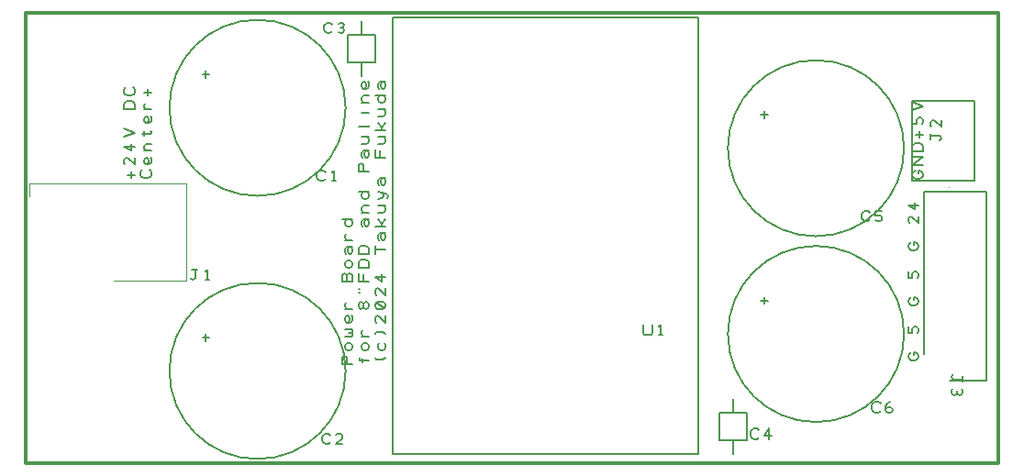
<source format=gbr>
G04 DesignSpark PCB Gerber Version 11.0 Build 5877*
%FSLAX35Y35*%
%MOIN*%
%ADD123C,0.00394*%
%ADD82C,0.00500*%
%ADD93C,0.00787*%
%ADD10C,0.01200*%
X0Y0D02*
D02*
D10*
X600Y600D02*
X353836D01*
Y164243D01*
X600D01*
Y600D01*
D02*
D82*
X38738Y104070D02*
Y106570D01*
X39988Y105320D02*
X37488D01*
X39988Y111570D02*
Y109070D01*
X37800Y111257D01*
X37175Y111570D01*
X36550Y111257D01*
X36238Y110633D01*
Y109695D01*
X36550Y109070D01*
X39988Y115633D02*
X36238D01*
X38738Y114070D01*
Y116570D01*
X36238Y119070D02*
X39988Y120633D01*
X36238Y122195D01*
X39988Y129070D02*
X36238D01*
Y130945D01*
X36550Y131570D01*
X36863Y131883D01*
X37488Y132195D01*
X38738D01*
X39363Y131883D01*
X39675Y131570D01*
X39988Y130945D01*
Y129070D01*
X39363Y137195D02*
X39675Y136883D01*
X39988Y136257D01*
Y135320D01*
X39675Y134695D01*
X39363Y134383D01*
X38738Y134070D01*
X37488D01*
X36863Y134383D01*
X36550Y134695D01*
X36238Y135320D01*
Y136257D01*
X36550Y136883D01*
X36863Y137195D01*
X45363Y107195D02*
X45675Y106883D01*
X45988Y106257D01*
Y105320D01*
X45675Y104695D01*
X45363Y104383D01*
X44738Y104070D01*
X43488D01*
X42863Y104383D01*
X42550Y104695D01*
X42238Y105320D01*
Y106257D01*
X42550Y106883D01*
X42863Y107195D01*
X45675Y111570D02*
X45988Y111257D01*
Y110633D01*
Y110007D01*
X45675Y109383D01*
X45050Y109070D01*
X44113D01*
X43800Y109383D01*
X43488Y110007D01*
Y110633D01*
X43800Y111257D01*
X44113Y111570D01*
X44425D01*
X44738Y111257D01*
X45050Y110633D01*
Y110007D01*
X44738Y109383D01*
X44425Y109070D01*
X45988Y114070D02*
X43488D01*
X44425D02*
X43800Y114383D01*
X43488Y115007D01*
Y115633D01*
X43800Y116257D01*
X44425Y116570D01*
X45988D01*
X43488Y119591D02*
Y121049D01*
X42863Y120320D02*
X45675D01*
X45988Y120633D01*
Y120945D01*
X45675Y121257D01*
Y126570D02*
X45988Y126257D01*
Y125633D01*
Y125007D01*
X45675Y124383D01*
X45050Y124070D01*
X44113D01*
X43800Y124383D01*
X43488Y125007D01*
Y125633D01*
X43800Y126257D01*
X44113Y126570D01*
X44425D01*
X44738Y126257D01*
X45050Y125633D01*
Y125007D01*
X44738Y124383D01*
X44425Y124070D01*
X45988Y129070D02*
X43488D01*
X44425D02*
X43800Y129383D01*
X43488Y130007D01*
Y130633D01*
X43800Y131257D01*
X44738Y134070D02*
Y136570D01*
X45988Y135320D02*
X43488D01*
X52684Y34048D02*
G75*
G02*
X84684Y66048I32000J0D01*
G01*
G75*
G02*
X116684Y34048I0J-32000D01*
G01*
G75*
G02*
X84684Y2048I-32000J0D01*
G01*
G75*
G02*
X52684Y34048I0J32000D01*
G01*
Y129703D02*
G75*
G02*
X84684Y161703I32000J0D01*
G01*
G75*
G02*
X116684Y129703I0J-32000D01*
G01*
G75*
G02*
X84684Y97703I-32000J0D01*
G01*
G75*
G02*
X52684Y129703I0J32000D01*
G01*
X60306Y67808D02*
X60619Y67496D01*
X61244Y67183D01*
X61869Y67496D01*
X62181Y67808D01*
Y70933D01*
X62806D01*
X62181D02*
X60931D01*
X65931Y67183D02*
X67181D01*
X66556D02*
Y70933D01*
X65931Y70308D01*
X64684Y46235D02*
X67184D01*
X65934Y44985D02*
Y47485D01*
X64684Y141891D02*
X67184D01*
X65934Y140641D02*
Y143141D01*
X109383Y103766D02*
X109071Y103453D01*
X108446Y103141D01*
X107508D01*
X106883Y103453D01*
X106571Y103766D01*
X106258Y104391D01*
Y105641D01*
X106571Y106266D01*
X106883Y106578D01*
X107508Y106891D01*
X108446D01*
X109071Y106578D01*
X109383Y106266D01*
X111883Y103141D02*
X113133D01*
X112508D02*
Y106891D01*
X111883Y106266D01*
X111259Y8111D02*
X110946Y7798D01*
X110321Y7485D01*
X109384D01*
X108759Y7798D01*
X108446Y8111D01*
X108134Y8735D01*
Y9985D01*
X108446Y10611D01*
X108759Y10923D01*
X109384Y11235D01*
X110321D01*
X110946Y10923D01*
X111259Y10611D01*
X115634Y7485D02*
X113134D01*
X115321Y9673D01*
X115634Y10298D01*
X115321Y10923D01*
X114696Y11235D01*
X113759D01*
X113134Y10923D01*
X111884Y157524D02*
X111572Y157211D01*
X110946Y156899D01*
X110009D01*
X109384Y157211D01*
X109072Y157524D01*
X108759Y158149D01*
Y159399D01*
X109072Y160024D01*
X109384Y160337D01*
X110009Y160649D01*
X110946D01*
X111572Y160337D01*
X111884Y160024D01*
X114072Y157211D02*
X114696Y156899D01*
X115322D01*
X115946Y157211D01*
X116259Y157837D01*
X115946Y158461D01*
X115322Y158774D01*
X114696D01*
X115322D02*
X115946Y159087D01*
X116259Y159711D01*
X115946Y160337D01*
X115322Y160649D01*
X114696D01*
X114072Y160337D01*
X117513Y156277D02*
X127513D01*
Y146277D01*
X117513D01*
Y156277D01*
X119075Y36549D02*
X115325D01*
Y38736D01*
X115637Y39361D01*
X116263Y39674D01*
X116887Y39361D01*
X117200Y38736D01*
Y36549D01*
X118137Y41549D02*
X118763Y41861D01*
X119075Y42486D01*
Y43111D01*
X118763Y43736D01*
X118137Y44049D01*
X117513D01*
X116887Y43736D01*
X116575Y43111D01*
Y42486D01*
X116887Y41861D01*
X117513Y41549D01*
X118137D01*
X116575Y46549D02*
X118763D01*
X119075Y46861D01*
Y47486D01*
X118763Y47799D01*
X117825D01*
X118763D02*
X119075Y48111D01*
Y48736D01*
X118763Y49049D01*
X116575D01*
X118763Y54049D02*
X119075Y53736D01*
Y53111D01*
Y52486D01*
X118763Y51861D01*
X118137Y51549D01*
X117200D01*
X116887Y51861D01*
X116575Y52486D01*
Y53111D01*
X116887Y53736D01*
X117200Y54049D01*
X117513D01*
X117825Y53736D01*
X118137Y53111D01*
Y52486D01*
X117825Y51861D01*
X117513Y51549D01*
X119075Y56549D02*
X116575D01*
X117513D02*
X116887Y56861D01*
X116575Y57486D01*
Y58111D01*
X116887Y58736D01*
X117200Y68736D02*
X117513Y69361D01*
X118137Y69674D01*
X118763Y69361D01*
X119075Y68736D01*
Y66549D01*
X115325D01*
Y68736D01*
X115637Y69361D01*
X116263Y69674D01*
X116887Y69361D01*
X117200Y68736D01*
Y66549D01*
X118137Y71549D02*
X118763Y71861D01*
X119075Y72486D01*
Y73111D01*
X118763Y73736D01*
X118137Y74049D01*
X117513D01*
X116887Y73736D01*
X116575Y73111D01*
Y72486D01*
X116887Y71861D01*
X117513Y71549D01*
X118137D01*
X116887Y76549D02*
X116575Y77174D01*
Y78111D01*
X116887Y78736D01*
X117513Y79049D01*
X118450D01*
X118763Y78736D01*
X119075Y78111D01*
Y77486D01*
X118763Y76861D01*
X118450Y76549D01*
X118137D01*
X117825Y76861D01*
X117513Y77486D01*
Y78111D01*
X117825Y78736D01*
X118137Y79049D01*
X118450D02*
X119075D01*
Y81549D02*
X116575D01*
X117513D02*
X116887Y81861D01*
X116575Y82486D01*
Y83111D01*
X116887Y83736D01*
X117513Y89049D02*
X116887Y88736D01*
X116575Y88111D01*
Y87486D01*
X116887Y86861D01*
X117513Y86549D01*
X118137D01*
X118763Y86861D01*
X119075Y87486D01*
Y88111D01*
X118763Y88736D01*
X118137Y89049D01*
X119075D02*
X115325D01*
X125075Y37799D02*
X121950D01*
X121637Y38111D01*
Y38424D01*
X121950Y38736D01*
X122887Y37174D02*
Y38424D01*
X124137Y41549D02*
X124763Y41861D01*
X125075Y42486D01*
Y43111D01*
X124763Y43736D01*
X124137Y44049D01*
X123513D01*
X122887Y43736D01*
X122575Y43111D01*
Y42486D01*
X122887Y41861D01*
X123513Y41549D01*
X124137D01*
X125075Y46549D02*
X122575D01*
X123513D02*
X122887Y46861D01*
X122575Y47486D01*
Y48111D01*
X122887Y48736D01*
X123200Y57486D02*
Y58111D01*
X122887Y58736D01*
X122263Y59049D01*
X121637Y58736D01*
X121325Y58111D01*
Y57486D01*
X121637Y56861D01*
X122263Y56549D01*
X122887Y56861D01*
X123200Y57486D01*
X123513Y56861D01*
X124137Y56549D01*
X124763Y56861D01*
X125075Y57486D01*
Y58111D01*
X124763Y58736D01*
X124137Y59049D01*
X123513Y58736D01*
X123200Y58111D01*
X121950Y62486D02*
X121325D01*
Y63736D02*
X121950D01*
X125075Y66549D02*
X121325D01*
Y69674D01*
X123200Y69049D02*
Y66549D01*
X125075Y71549D02*
X121325D01*
Y73424D01*
X121637Y74049D01*
X121950Y74361D01*
X122575Y74674D01*
X123825D01*
X124450Y74361D01*
X124763Y74049D01*
X125075Y73424D01*
Y71549D01*
Y76549D02*
X121325D01*
Y78424D01*
X121637Y79049D01*
X121950Y79361D01*
X122575Y79674D01*
X123825D01*
X124450Y79361D01*
X124763Y79049D01*
X125075Y78424D01*
Y76549D01*
X122887Y86549D02*
X122575Y87174D01*
Y88111D01*
X122887Y88736D01*
X123513Y89049D01*
X124450D01*
X124763Y88736D01*
X125075Y88111D01*
Y87486D01*
X124763Y86861D01*
X124450Y86549D01*
X124137D01*
X123825Y86861D01*
X123513Y87486D01*
Y88111D01*
X123825Y88736D01*
X124137Y89049D01*
X124450D02*
X125075D01*
Y91549D02*
X122575D01*
X123513D02*
X122887Y91861D01*
X122575Y92486D01*
Y93111D01*
X122887Y93736D01*
X123513Y94049D01*
X125075D01*
X123513Y99049D02*
X122887Y98736D01*
X122575Y98111D01*
Y97486D01*
X122887Y96861D01*
X123513Y96549D01*
X124137D01*
X124763Y96861D01*
X125075Y97486D01*
Y98111D01*
X124763Y98736D01*
X124137Y99049D01*
X125075D02*
X121325D01*
X125075Y106549D02*
X121325D01*
Y108736D01*
X121637Y109361D01*
X122263Y109674D01*
X122887Y109361D01*
X123200Y108736D01*
Y106549D01*
X122887Y111549D02*
X122575Y112174D01*
Y113111D01*
X122887Y113736D01*
X123513Y114049D01*
X124450D01*
X124763Y113736D01*
X125075Y113111D01*
Y112486D01*
X124763Y111861D01*
X124450Y111549D01*
X124137D01*
X123825Y111861D01*
X123513Y112486D01*
Y113111D01*
X123825Y113736D01*
X124137Y114049D01*
X124450D02*
X125075D01*
X122575Y116549D02*
X124137D01*
X124763Y116861D01*
X125075Y117486D01*
Y118111D01*
X124763Y118736D01*
X124137Y119049D01*
X122575D02*
X125075D01*
Y123111D02*
Y122799D01*
X121325D01*
X125075Y127799D02*
X122575D01*
X121637D02*
X125075Y131549D02*
X122575D01*
X123513D02*
X122887Y131861D01*
X122575Y132486D01*
Y133111D01*
X122887Y133736D01*
X123513Y134049D01*
X125075D01*
X124763Y139049D02*
X125075Y138736D01*
Y138111D01*
Y137486D01*
X124763Y136861D01*
X124137Y136549D01*
X123200D01*
X122887Y136861D01*
X122575Y137486D01*
Y138111D01*
X122887Y138736D01*
X123200Y139049D01*
X123513D01*
X123825Y138736D01*
X124137Y138111D01*
Y137486D01*
X123825Y136861D01*
X123513Y136549D01*
X131075Y38736D02*
X130137Y38111D01*
X127950D01*
X127325Y38736D01*
X128887Y44049D02*
X128575Y43424D01*
Y42486D01*
X128887Y41861D01*
X129513Y41549D01*
X130137D01*
X130763Y41861D01*
X131075Y42486D01*
Y43424D01*
X130763Y44049D01*
X131075Y47486D02*
X130137Y48111D01*
X127950D01*
X127325Y47486D01*
X131075Y54049D02*
Y51549D01*
X128887Y53736D01*
X128263Y54049D01*
X127637Y53736D01*
X127325Y53111D01*
Y52174D01*
X127637Y51549D01*
X130763Y56861D02*
X131075Y57486D01*
Y58111D01*
X130763Y58736D01*
X130137Y59049D01*
X128263D01*
X127637Y58736D01*
X127325Y58111D01*
Y57486D01*
X127637Y56861D01*
X128263Y56549D01*
X130137D01*
X130763Y56861D01*
X127637Y58736D01*
X131075Y64049D02*
Y61549D01*
X128887Y63736D01*
X128263Y64049D01*
X127637Y63736D01*
X127325Y63111D01*
Y62174D01*
X127637Y61549D01*
X131075Y68111D02*
X127325D01*
X129825Y66549D01*
Y69049D01*
X131075Y78111D02*
X127325D01*
Y76549D02*
Y79674D01*
X128887Y81549D02*
X128575Y82174D01*
Y83111D01*
X128887Y83736D01*
X129513Y84049D01*
X130450D01*
X130763Y83736D01*
X131075Y83111D01*
Y82486D01*
X130763Y81861D01*
X130450Y81549D01*
X130137D01*
X129825Y81861D01*
X129513Y82486D01*
Y83111D01*
X129825Y83736D01*
X130137Y84049D01*
X130450D02*
X131075D01*
Y86549D02*
X127325D01*
X129825D02*
Y87486D01*
X128575Y89049D01*
X129825Y87486D02*
X131075Y89049D01*
X128575Y91549D02*
X130137D01*
X130763Y91861D01*
X131075Y92486D01*
Y93111D01*
X130763Y93736D01*
X130137Y94049D01*
X128575D02*
X131075D01*
X128575Y96549D02*
X129825Y96861D01*
X130450Y97486D01*
Y98111D01*
X129825Y98736D01*
X128575Y99049D01*
X129825Y98736D02*
X131075Y98424D01*
X131700Y98111D01*
X132013Y97486D01*
X131700Y96861D01*
X128887Y101549D02*
X128575Y102174D01*
Y103111D01*
X128887Y103736D01*
X129513Y104049D01*
X130450D01*
X130763Y103736D01*
X131075Y103111D01*
Y102486D01*
X130763Y101861D01*
X130450Y101549D01*
X130137D01*
X129825Y101861D01*
X129513Y102486D01*
Y103111D01*
X129825Y103736D01*
X130137Y104049D01*
X130450D02*
X131075D01*
Y111549D02*
X127325D01*
Y114674D01*
X129200Y114049D02*
Y111549D01*
X128575Y116549D02*
X130137D01*
X130763Y116861D01*
X131075Y117486D01*
Y118111D01*
X130763Y118736D01*
X130137Y119049D01*
X128575D02*
X131075D01*
Y121549D02*
X127325D01*
X129825D02*
Y122486D01*
X128575Y124049D01*
X129825Y122486D02*
X131075Y124049D01*
X128575Y126549D02*
X130137D01*
X130763Y126861D01*
X131075Y127486D01*
Y128111D01*
X130763Y128736D01*
X130137Y129049D01*
X128575D02*
X131075D01*
X129513Y134049D02*
X128887Y133736D01*
X128575Y133111D01*
Y132486D01*
X128887Y131861D01*
X129513Y131549D01*
X130137D01*
X130763Y131861D01*
X131075Y132486D01*
Y133111D01*
X130763Y133736D01*
X130137Y134049D01*
X131075D02*
X127325D01*
X128887Y136549D02*
X128575Y137174D01*
Y138111D01*
X128887Y138736D01*
X129513Y139049D01*
X130450D01*
X130763Y138736D01*
X131075Y138111D01*
Y137486D01*
X130763Y136861D01*
X130450Y136549D01*
X130137D01*
X129825Y136861D01*
X129513Y137486D01*
Y138111D01*
X129825Y138736D01*
X130137Y139049D01*
X130450D02*
X131075D01*
X122513Y146277D02*
Y141277D01*
Y161277D02*
Y156277D01*
X133767Y3735D02*
Y162535D01*
X244739D01*
Y3735D01*
X133767D01*
X224854Y50813D02*
Y48001D01*
X225166Y47376D01*
X225791Y47063D01*
X227041D01*
X227666Y47376D01*
X227979Y48001D01*
Y50813D01*
X230479Y47063D02*
X231729D01*
X231104D02*
Y50813D01*
X230479Y50189D01*
X255561Y47490D02*
G75*
G02*
X287561Y79490I32000J0D01*
G01*
G75*
G02*
X319561Y47490I0J-32000D01*
G01*
G75*
G02*
X287561Y15490I-32000J0D01*
G01*
G75*
G02*
X255561Y47490I0J32000D01*
G01*
Y115011D02*
G75*
G02*
X287561Y147011I32000J0D01*
G01*
G75*
G02*
X319561Y115011I0J-32000D01*
G01*
G75*
G02*
X287561Y83011I-32000J0D01*
G01*
G75*
G02*
X255561Y115011I0J32000D01*
G01*
X257556Y3724D02*
Y8724D01*
Y18724D02*
Y23724D01*
X262556Y8724D02*
X252556D01*
Y18724D01*
X262556D01*
Y8724D01*
X266933Y9978D02*
X266620Y9665D01*
X265995Y9352D01*
X265058D01*
X264433Y9665D01*
X264120Y9978D01*
X263808Y10602D01*
Y11852D01*
X264120Y12478D01*
X264433Y12790D01*
X265058Y13102D01*
X265995D01*
X266620Y12790D01*
X266933Y12478D01*
X270370Y9352D02*
Y13102D01*
X268808Y10602D01*
X271308D01*
X267561Y59677D02*
X270061D01*
X268811Y58427D02*
Y60927D01*
X267561Y127198D02*
X270061D01*
X268811Y125948D02*
Y128448D01*
X307258Y89074D02*
X306946Y88761D01*
X306320Y88448D01*
X305383D01*
X304758Y88761D01*
X304446Y89074D01*
X304133Y89698D01*
Y90948D01*
X304446Y91574D01*
X304758Y91886D01*
X305383Y92198D01*
X306320D01*
X306946Y91886D01*
X307258Y91574D01*
X309133Y88761D02*
X309758Y88448D01*
X310696D01*
X311320Y88761D01*
X311633Y89386D01*
Y89698D01*
X311320Y90324D01*
X310696Y90636D01*
X309133D01*
Y92198D01*
X311633D01*
X311009Y19668D02*
X310697Y19356D01*
X310072Y19043D01*
X309134D01*
X308509Y19356D01*
X308197Y19668D01*
X307884Y20293D01*
Y21543D01*
X308197Y22168D01*
X308509Y22481D01*
X309134Y22793D01*
X310072D01*
X310697Y22481D01*
X311009Y22168D01*
X312884Y19981D02*
X313197Y20606D01*
X313822Y20918D01*
X314447D01*
X315072Y20606D01*
X315384Y19981D01*
X315072Y19356D01*
X314447Y19043D01*
X313822D01*
X313197Y19356D01*
X312884Y19981D01*
Y20918D01*
X313197Y21856D01*
X313822Y22481D01*
X314447Y22793D01*
X323202Y39987D02*
Y40924D01*
X323515D01*
X324140Y40612D01*
X324452Y40299D01*
X324765Y39674D01*
Y39049D01*
X324452Y38424D01*
X324140Y38112D01*
X323515Y37799D01*
X322265D01*
X321640Y38112D01*
X321327Y38424D01*
X321015Y39049D01*
Y39674D01*
X321327Y40299D01*
X321640Y40612D01*
X322265Y40924D01*
X324452Y47799D02*
X324765Y48424D01*
Y49362D01*
X324452Y49987D01*
X323827Y50299D01*
X323515D01*
X322890Y49987D01*
X322577Y49362D01*
Y47799D01*
X321015D01*
Y50299D01*
X323202Y59987D02*
Y60924D01*
X323515D01*
X324140Y60612D01*
X324452Y60299D01*
X324765Y59674D01*
Y59049D01*
X324452Y58424D01*
X324140Y58112D01*
X323515Y57799D01*
X322265D01*
X321640Y58112D01*
X321327Y58424D01*
X321015Y59049D01*
Y59674D01*
X321327Y60299D01*
X321640Y60612D01*
X322265Y60924D01*
X324452Y67799D02*
X324765Y68424D01*
Y69362D01*
X324452Y69987D01*
X323827Y70299D01*
X323515D01*
X322890Y69987D01*
X322577Y69362D01*
Y67799D01*
X321015D01*
Y70299D01*
X323202Y79987D02*
Y80924D01*
X323515D01*
X324140Y80612D01*
X324452Y80299D01*
X324765Y79674D01*
Y79049D01*
X324452Y78424D01*
X324140Y78112D01*
X323515Y77799D01*
X322265D01*
X321640Y78112D01*
X321327Y78424D01*
X321015Y79049D01*
Y79674D01*
X321327Y80299D01*
X321640Y80612D01*
X322265Y80924D01*
X324765Y90299D02*
Y87799D01*
X322577Y89987D01*
X321952Y90299D01*
X321327Y89987D01*
X321015Y89362D01*
Y88424D01*
X321327Y87799D01*
X324765Y94362D02*
X321015D01*
X323515Y92799D01*
Y95299D01*
X324765Y105945D02*
Y106883D01*
X325078D01*
X325703Y106570D01*
X326015Y106257D01*
X326328Y105633D01*
Y105007D01*
X326015Y104383D01*
X325703Y104070D01*
X325078Y103757D01*
X323828D01*
X323203Y104070D01*
X322890Y104383D01*
X322578Y105007D01*
Y105633D01*
X322890Y106257D01*
X323203Y106570D01*
X323828Y106883D01*
X326328Y108757D02*
X322578D01*
X326328Y111883D01*
X322578D01*
X326328Y113757D02*
X322578D01*
Y115633D01*
X322890Y116257D01*
X323203Y116570D01*
X323828Y116883D01*
X325078D01*
X325703Y116570D01*
X326015Y116257D01*
X326328Y115633D01*
Y113757D01*
X325078Y118757D02*
Y121257D01*
X326328Y120007D02*
X323828D01*
X326015Y123757D02*
X326328Y124383D01*
Y125320D01*
X326015Y125945D01*
X325390Y126257D01*
X325078D01*
X324453Y125945D01*
X324140Y125320D01*
Y123757D01*
X322578D01*
Y126257D01*
Y128757D02*
X326328Y130320D01*
X322578Y131883D01*
X332389Y117744D02*
X332701Y118057D01*
X333014Y118681D01*
X332701Y119307D01*
X332389Y119619D01*
X329264D01*
Y120244D01*
Y119619D02*
Y118369D01*
X333014Y125244D02*
Y122744D01*
X330826Y124931D01*
X330201Y125244D01*
X329576Y124931D01*
X329264Y124307D01*
Y123369D01*
X329576Y122744D01*
X337581Y32798D02*
X337268Y32485D01*
X336956Y31860D01*
X337268Y31235D01*
X337581Y30922D01*
X340706D01*
Y30298D01*
Y30922D02*
Y32172D01*
X337268Y27485D02*
X336956Y26860D01*
Y26235D01*
X337268Y25610D01*
X337893Y25298D01*
X338518Y25610D01*
X338831Y26235D01*
Y26860D01*
Y26235D02*
X339143Y25610D01*
X339768Y25298D01*
X340393Y25610D01*
X340706Y26235D01*
Y26860D01*
X340393Y27485D01*
D02*
D93*
X322632Y103177D02*
Y132311D01*
X345270D01*
Y103177D01*
X322632D01*
X326766Y40300D02*
Y99158D01*
X349404D01*
Y30654D01*
X336018D01*
D02*
D123*
X32439Y66822D02*
X58817D01*
Y102255D01*
X1731D01*
Y97531D01*
X336018Y100224D02*
Y100618D02*
G75*
G03*
Y100224I0J-197D01*
G01*
Y100618D02*
G75*
G02*
Y100224I0J-197D01*
G01*
X0Y0D02*
M02*

</source>
